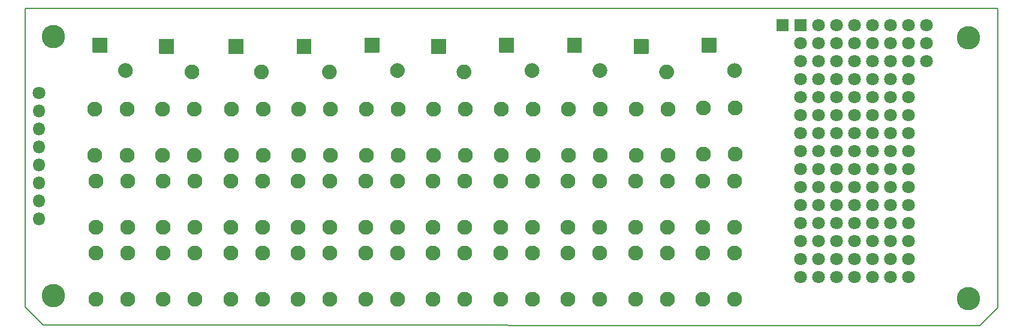
<source format=gbr>
%TF.GenerationSoftware,KiCad,Pcbnew,(5.1.9-0-10_14)*%
%TF.CreationDate,2021-02-12T13:00:48+01:00*%
%TF.ProjectId,teensythumbboard,7465656e-7379-4746-9875-6d62626f6172,1.1*%
%TF.SameCoordinates,PX68290a0PY463f660*%
%TF.FileFunction,Soldermask,Top*%
%TF.FilePolarity,Negative*%
%FSLAX46Y46*%
G04 Gerber Fmt 4.6, Leading zero omitted, Abs format (unit mm)*
G04 Created by KiCad (PCBNEW (5.1.9-0-10_14)) date 2021-02-12 13:00:48*
%MOMM*%
%LPD*%
G01*
G04 APERTURE LIST*
%TA.AperFunction,Profile*%
%ADD10C,0.150000*%
%TD*%
%ADD11C,2.101600*%
%ADD12C,1.801600*%
%ADD13C,3.301600*%
%ADD14O,1.801600X1.801600*%
G04 APERTURE END LIST*
D10*
X-6825000Y-36540000D02*
X130575000Y-36540000D01*
X128035000Y-81340000D02*
X130575000Y-78800000D01*
X-4260000Y-81280000D02*
X-6800000Y-78740000D01*
X128035000Y-81340000D02*
X-4260000Y-81280000D01*
X130575000Y-36540000D02*
X130575000Y-78800000D01*
X-6825000Y-36540000D02*
X-6800000Y-78740000D01*
X-6825000Y-36540000D02*
X130575000Y-36540000D01*
X128035000Y-81340000D02*
X130575000Y-78800000D01*
X-4260000Y-81280000D02*
X-6800000Y-78740000D01*
X128035000Y-81340000D02*
X-4260000Y-81280000D01*
X130575000Y-36540000D02*
X130575000Y-78800000D01*
X-6825000Y-36540000D02*
X-6800000Y-78740000D01*
D11*
X26824000Y-57300000D03*
X22324000Y-57300000D03*
X26824000Y-50800000D03*
X22324000Y-50800000D03*
G36*
G01*
X54424074Y-44789074D02*
X54424074Y-44789074D01*
G75*
G02*
X55910130Y-44789074I743028J-743028D01*
G01*
X55910130Y-44789074D01*
G75*
G02*
X55910130Y-46275130I-743028J-743028D01*
G01*
X55910130Y-46275130D01*
G75*
G02*
X54424074Y-46275130I-743028J743028D01*
G01*
X54424074Y-46275130D01*
G75*
G02*
X54424074Y-44789074I743028J743028D01*
G01*
G37*
G36*
G01*
X50524200Y-42940000D02*
X50524200Y-40940000D01*
G75*
G02*
X50575000Y-40889200I50800J0D01*
G01*
X52575000Y-40889200D01*
G75*
G02*
X52625800Y-40940000I0J-50800D01*
G01*
X52625800Y-42940000D01*
G75*
G02*
X52575000Y-42990800I-50800J0D01*
G01*
X50575000Y-42990800D01*
G75*
G02*
X50524200Y-42940000I0J50800D01*
G01*
G37*
G36*
G01*
X73624074Y-44589074D02*
X73624074Y-44589074D01*
G75*
G02*
X75110130Y-44589074I743028J-743028D01*
G01*
X75110130Y-44589074D01*
G75*
G02*
X75110130Y-46075130I-743028J-743028D01*
G01*
X75110130Y-46075130D01*
G75*
G02*
X73624074Y-46075130I-743028J743028D01*
G01*
X73624074Y-46075130D01*
G75*
G02*
X73624074Y-44589074I743028J743028D01*
G01*
G37*
G36*
G01*
X69724200Y-42740000D02*
X69724200Y-40740000D01*
G75*
G02*
X69775000Y-40689200I50800J0D01*
G01*
X71775000Y-40689200D01*
G75*
G02*
X71825800Y-40740000I0J-50800D01*
G01*
X71825800Y-42740000D01*
G75*
G02*
X71775000Y-42790800I-50800J0D01*
G01*
X69775000Y-42790800D01*
G75*
G02*
X69724200Y-42740000I0J50800D01*
G01*
G37*
X64924000Y-57300000D03*
X60424000Y-57300000D03*
X64924000Y-50800000D03*
X60424000Y-50800000D03*
G36*
G01*
X60132098Y-42747898D02*
X60132098Y-40747898D01*
G75*
G02*
X60182898Y-40697098I50800J0D01*
G01*
X62182898Y-40697098D01*
G75*
G02*
X62233698Y-40747898I0J-50800D01*
G01*
X62233698Y-42747898D01*
G75*
G02*
X62182898Y-42798698I-50800J0D01*
G01*
X60182898Y-42798698D01*
G75*
G02*
X60132098Y-42747898I0J50800D01*
G01*
G37*
G36*
G01*
X64031972Y-44596972D02*
X64031972Y-44596972D01*
G75*
G02*
X65518028Y-44596972I743028J-743028D01*
G01*
X65518028Y-44596972D01*
G75*
G02*
X65518028Y-46083028I-743028J-743028D01*
G01*
X65518028Y-46083028D01*
G75*
G02*
X64031972Y-46083028I-743028J743028D01*
G01*
X64031972Y-46083028D01*
G75*
G02*
X64031972Y-44596972I743028J743028D01*
G01*
G37*
X83875000Y-67460000D03*
X79375000Y-67460000D03*
X83875000Y-60960000D03*
X79375000Y-60960000D03*
X7675000Y-67460000D03*
X3175000Y-67460000D03*
X7675000Y-60960000D03*
X3175000Y-60960000D03*
D12*
X120495000Y-44020000D03*
X120495000Y-41480000D03*
X120495000Y-38940000D03*
G36*
G01*
X101915000Y-38089200D02*
X103515000Y-38089200D01*
G75*
G02*
X103565800Y-38140000I0J-50800D01*
G01*
X103565800Y-39740000D01*
G75*
G02*
X103515000Y-39790800I-50800J0D01*
G01*
X101915000Y-39790800D01*
G75*
G02*
X101864200Y-39740000I0J50800D01*
G01*
X101864200Y-38140000D01*
G75*
G02*
X101915000Y-38089200I50800J0D01*
G01*
G37*
X102715000Y-41480000D03*
X102715000Y-44020000D03*
X102715000Y-46560000D03*
X102715000Y-49100000D03*
X102715000Y-51640000D03*
X102715000Y-54180000D03*
X102715000Y-56720000D03*
X102715000Y-59260000D03*
X102715000Y-61800000D03*
X102715000Y-64340000D03*
X102715000Y-66880000D03*
X102715000Y-69420000D03*
X117955000Y-38940000D03*
X117955000Y-41480000D03*
X117955000Y-44020000D03*
X117955000Y-46560000D03*
X117955000Y-49100000D03*
X117955000Y-51640000D03*
X117955000Y-54180000D03*
X117955000Y-56720000D03*
X117955000Y-59260000D03*
X117955000Y-61800000D03*
X117955000Y-64340000D03*
X117955000Y-66880000D03*
X117955000Y-69420000D03*
X102715000Y-71960000D03*
X117955000Y-71960000D03*
X105255000Y-38940000D03*
X105255000Y-41480000D03*
X107795000Y-41480000D03*
X107795000Y-44020000D03*
X105255000Y-44020000D03*
X105255000Y-61800000D03*
X105255000Y-64340000D03*
X105255000Y-69420000D03*
X105255000Y-49100000D03*
X105255000Y-59260000D03*
X105255000Y-51640000D03*
X105255000Y-71960000D03*
X105255000Y-54180000D03*
X105255000Y-66880000D03*
X105255000Y-56720000D03*
X105255000Y-46560000D03*
X115415000Y-56720000D03*
X115415000Y-64340000D03*
X115415000Y-46560000D03*
X115415000Y-44020000D03*
X115415000Y-61800000D03*
X115415000Y-59260000D03*
X115415000Y-51640000D03*
X115415000Y-71960000D03*
X115415000Y-69420000D03*
X115415000Y-66880000D03*
X115415000Y-54180000D03*
X115415000Y-41480000D03*
X115415000Y-38940000D03*
X115415000Y-49100000D03*
X107795000Y-46560000D03*
X107795000Y-49100000D03*
X107795000Y-51640000D03*
X107795000Y-54180000D03*
X107795000Y-56720000D03*
X107795000Y-59260000D03*
X107795000Y-61800000D03*
X107795000Y-64340000D03*
X107795000Y-66880000D03*
X107795000Y-69420000D03*
X107795000Y-71960000D03*
X107795000Y-38940000D03*
X110335000Y-51640000D03*
X110335000Y-41480000D03*
X110335000Y-49100000D03*
X110335000Y-54180000D03*
X110335000Y-44020000D03*
X110335000Y-46560000D03*
X110335000Y-61800000D03*
X110335000Y-59260000D03*
X110335000Y-66880000D03*
X110335000Y-69420000D03*
X110335000Y-38940000D03*
X110335000Y-64340000D03*
X110335000Y-71960000D03*
X110335000Y-56720000D03*
X112875000Y-49100000D03*
X112875000Y-44020000D03*
X112875000Y-61800000D03*
X112875000Y-38940000D03*
X112875000Y-69420000D03*
X112875000Y-59260000D03*
X112875000Y-41480000D03*
X112875000Y-66880000D03*
X112875000Y-54180000D03*
X112875000Y-71960000D03*
X112875000Y-56720000D03*
X112875000Y-64340000D03*
X112875000Y-51640000D03*
X112875000Y-46560000D03*
X117955000Y-74500000D03*
X102715000Y-74500000D03*
X115415000Y-74500000D03*
X110335000Y-74500000D03*
X112875000Y-74500000D03*
X105255000Y-74500000D03*
X107795000Y-74500000D03*
D11*
X50899000Y-50800000D03*
X55399000Y-50800000D03*
X50899000Y-57300000D03*
X55399000Y-57300000D03*
X45874000Y-57300000D03*
X41374000Y-57300000D03*
X45874000Y-50800000D03*
X41374000Y-50800000D03*
G36*
G01*
X99324200Y-39740000D02*
X99324200Y-38140000D01*
G75*
G02*
X99375000Y-38089200I50800J0D01*
G01*
X100975000Y-38089200D01*
G75*
G02*
X101025800Y-38140000I0J-50800D01*
G01*
X101025800Y-39740000D01*
G75*
G02*
X100975000Y-39790800I-50800J0D01*
G01*
X99375000Y-39790800D01*
G75*
G02*
X99324200Y-39740000I0J50800D01*
G01*
G37*
G36*
G01*
X2732098Y-42740000D02*
X2732098Y-40740000D01*
G75*
G02*
X2782898Y-40689200I50800J0D01*
G01*
X4782898Y-40689200D01*
G75*
G02*
X4833698Y-40740000I0J-50800D01*
G01*
X4833698Y-42740000D01*
G75*
G02*
X4782898Y-42790800I-50800J0D01*
G01*
X2782898Y-42790800D01*
G75*
G02*
X2732098Y-42740000I0J50800D01*
G01*
G37*
G36*
G01*
X6631972Y-44589074D02*
X6631972Y-44589074D01*
G75*
G02*
X8118028Y-44589074I743028J-743028D01*
G01*
X8118028Y-44589074D01*
G75*
G02*
X8118028Y-46075130I-743028J-743028D01*
G01*
X8118028Y-46075130D01*
G75*
G02*
X6631972Y-46075130I-743028J743028D01*
G01*
X6631972Y-46075130D01*
G75*
G02*
X6631972Y-44589074I743028J743028D01*
G01*
G37*
G36*
G01*
X16024074Y-44789074D02*
X16024074Y-44789074D01*
G75*
G02*
X17510130Y-44789074I743028J-743028D01*
G01*
X17510130Y-44789074D01*
G75*
G02*
X17510130Y-46275130I-743028J-743028D01*
G01*
X17510130Y-46275130D01*
G75*
G02*
X16024074Y-46275130I-743028J743028D01*
G01*
X16024074Y-46275130D01*
G75*
G02*
X16024074Y-44789074I743028J743028D01*
G01*
G37*
G36*
G01*
X12124200Y-42940000D02*
X12124200Y-40940000D01*
G75*
G02*
X12175000Y-40889200I50800J0D01*
G01*
X14175000Y-40889200D01*
G75*
G02*
X14225800Y-40940000I0J-50800D01*
G01*
X14225800Y-42940000D01*
G75*
G02*
X14175000Y-42990800I-50800J0D01*
G01*
X12175000Y-42990800D01*
G75*
G02*
X12124200Y-42940000I0J50800D01*
G01*
G37*
G36*
G01*
X21924200Y-42947898D02*
X21924200Y-40947898D01*
G75*
G02*
X21975000Y-40897098I50800J0D01*
G01*
X23975000Y-40897098D01*
G75*
G02*
X24025800Y-40947898I0J-50800D01*
G01*
X24025800Y-42947898D01*
G75*
G02*
X23975000Y-42998698I-50800J0D01*
G01*
X21975000Y-42998698D01*
G75*
G02*
X21924200Y-42947898I0J50800D01*
G01*
G37*
G36*
G01*
X25824074Y-44796972D02*
X25824074Y-44796972D01*
G75*
G02*
X27310130Y-44796972I743028J-743028D01*
G01*
X27310130Y-44796972D01*
G75*
G02*
X27310130Y-46283028I-743028J-743028D01*
G01*
X27310130Y-46283028D01*
G75*
G02*
X25824074Y-46283028I-743028J743028D01*
G01*
X25824074Y-46283028D01*
G75*
G02*
X25824074Y-44796972I743028J743028D01*
G01*
G37*
G36*
G01*
X35431972Y-44796972D02*
X35431972Y-44796972D01*
G75*
G02*
X36918028Y-44796972I743028J-743028D01*
G01*
X36918028Y-44796972D01*
G75*
G02*
X36918028Y-46283028I-743028J-743028D01*
G01*
X36918028Y-46283028D01*
G75*
G02*
X35431972Y-46283028I-743028J743028D01*
G01*
X35431972Y-46283028D01*
G75*
G02*
X35431972Y-44796972I743028J743028D01*
G01*
G37*
G36*
G01*
X31532098Y-42947898D02*
X31532098Y-40947898D01*
G75*
G02*
X31582898Y-40897098I50800J0D01*
G01*
X33582898Y-40897098D01*
G75*
G02*
X33633698Y-40947898I0J-50800D01*
G01*
X33633698Y-42947898D01*
G75*
G02*
X33582898Y-42998698I-50800J0D01*
G01*
X31582898Y-42998698D01*
G75*
G02*
X31532098Y-42947898I0J50800D01*
G01*
G37*
G36*
G01*
X45031972Y-44596972D02*
X45031972Y-44596972D01*
G75*
G02*
X46518028Y-44596972I743028J-743028D01*
G01*
X46518028Y-44596972D01*
G75*
G02*
X46518028Y-46083028I-743028J-743028D01*
G01*
X46518028Y-46083028D01*
G75*
G02*
X45031972Y-46083028I-743028J743028D01*
G01*
X45031972Y-46083028D01*
G75*
G02*
X45031972Y-44596972I743028J743028D01*
G01*
G37*
G36*
G01*
X41132098Y-42747898D02*
X41132098Y-40747898D01*
G75*
G02*
X41182898Y-40697098I50800J0D01*
G01*
X43182898Y-40697098D01*
G75*
G02*
X43233698Y-40747898I0J-50800D01*
G01*
X43233698Y-42747898D01*
G75*
G02*
X43182898Y-42798698I-50800J0D01*
G01*
X41182898Y-42798698D01*
G75*
G02*
X41132098Y-42747898I0J50800D01*
G01*
G37*
G36*
G01*
X83031972Y-44796972D02*
X83031972Y-44796972D01*
G75*
G02*
X84518028Y-44796972I743028J-743028D01*
G01*
X84518028Y-44796972D01*
G75*
G02*
X84518028Y-46283028I-743028J-743028D01*
G01*
X84518028Y-46283028D01*
G75*
G02*
X83031972Y-46283028I-743028J743028D01*
G01*
X83031972Y-46283028D01*
G75*
G02*
X83031972Y-44796972I743028J743028D01*
G01*
G37*
G36*
G01*
X79132098Y-42947898D02*
X79132098Y-40947898D01*
G75*
G02*
X79182898Y-40897098I50800J0D01*
G01*
X81182898Y-40897098D01*
G75*
G02*
X81233698Y-40947898I0J-50800D01*
G01*
X81233698Y-42947898D01*
G75*
G02*
X81182898Y-42998698I-50800J0D01*
G01*
X79182898Y-42998698D01*
G75*
G02*
X79132098Y-42947898I0J50800D01*
G01*
G37*
G36*
G01*
X92631972Y-44596972D02*
X92631972Y-44596972D01*
G75*
G02*
X94118028Y-44596972I743028J-743028D01*
G01*
X94118028Y-44596972D01*
G75*
G02*
X94118028Y-46083028I-743028J-743028D01*
G01*
X94118028Y-46083028D01*
G75*
G02*
X92631972Y-46083028I-743028J743028D01*
G01*
X92631972Y-46083028D01*
G75*
G02*
X92631972Y-44596972I743028J743028D01*
G01*
G37*
G36*
G01*
X88732098Y-42747898D02*
X88732098Y-40747898D01*
G75*
G02*
X88782898Y-40697098I50800J0D01*
G01*
X90782898Y-40697098D01*
G75*
G02*
X90833698Y-40747898I0J-50800D01*
G01*
X90833698Y-42747898D01*
G75*
G02*
X90782898Y-42798698I-50800J0D01*
G01*
X88782898Y-42798698D01*
G75*
G02*
X88732098Y-42747898I0J50800D01*
G01*
G37*
X7574000Y-57300000D03*
X3074000Y-57300000D03*
X7574000Y-50800000D03*
X3074000Y-50800000D03*
X12599000Y-50800000D03*
X17099000Y-50800000D03*
X12599000Y-57300000D03*
X17099000Y-57300000D03*
X31849000Y-50800000D03*
X36349000Y-50800000D03*
X31849000Y-57300000D03*
X36349000Y-57300000D03*
X74449000Y-57300000D03*
X69949000Y-57300000D03*
X74449000Y-50800000D03*
X69949000Y-50800000D03*
X83974000Y-57300000D03*
X79474000Y-57300000D03*
X83974000Y-50800000D03*
X79474000Y-50800000D03*
X93475000Y-57140000D03*
X88975000Y-57140000D03*
X93475000Y-50640000D03*
X88975000Y-50640000D03*
X17200000Y-67460000D03*
X12700000Y-67460000D03*
X17200000Y-60960000D03*
X12700000Y-60960000D03*
X26725000Y-67460000D03*
X22225000Y-67460000D03*
X26725000Y-60960000D03*
X22225000Y-60960000D03*
X36250000Y-67460000D03*
X31750000Y-67460000D03*
X36250000Y-60960000D03*
X31750000Y-60960000D03*
X45775000Y-67460000D03*
X41275000Y-67460000D03*
X45775000Y-60960000D03*
X41275000Y-60960000D03*
X55300000Y-67460000D03*
X50800000Y-67460000D03*
X55300000Y-60960000D03*
X50800000Y-60960000D03*
X64825000Y-67460000D03*
X60325000Y-67460000D03*
X64825000Y-60960000D03*
X60325000Y-60960000D03*
X74350000Y-67460000D03*
X69850000Y-67460000D03*
X74350000Y-60960000D03*
X69850000Y-60960000D03*
X93400000Y-67460000D03*
X88900000Y-67460000D03*
X93400000Y-60960000D03*
X88900000Y-60960000D03*
D13*
X-2825000Y-77140000D03*
X126375000Y-77540000D03*
X-2825000Y-40540000D03*
D11*
X7675000Y-77620000D03*
X3175000Y-77620000D03*
X7675000Y-71120000D03*
X3175000Y-71120000D03*
X17200000Y-77620000D03*
X12700000Y-77620000D03*
X17200000Y-71120000D03*
X12700000Y-71120000D03*
X26725000Y-77620000D03*
X22225000Y-77620000D03*
X26725000Y-71120000D03*
X22225000Y-71120000D03*
X36250000Y-77620000D03*
X31750000Y-77620000D03*
X36250000Y-71120000D03*
X31750000Y-71120000D03*
X45775000Y-77620000D03*
X41275000Y-77620000D03*
X45775000Y-71120000D03*
X41275000Y-71120000D03*
X55300000Y-77620000D03*
X50800000Y-77620000D03*
X55300000Y-71120000D03*
X50800000Y-71120000D03*
X64825000Y-77620000D03*
X60325000Y-77620000D03*
X64825000Y-71120000D03*
X60325000Y-71120000D03*
X74350000Y-77620000D03*
X69850000Y-77620000D03*
X74350000Y-71120000D03*
X69850000Y-71120000D03*
X83875000Y-77620000D03*
X79375000Y-77620000D03*
X83875000Y-71120000D03*
X79375000Y-71120000D03*
X93400000Y-77620000D03*
X88900000Y-77620000D03*
X93400000Y-71120000D03*
X88900000Y-71120000D03*
D13*
X126375000Y-40740000D03*
D14*
X-4825000Y-66260000D03*
X-4825000Y-63720000D03*
X-4825000Y-61180000D03*
X-4825000Y-58640000D03*
X-4825000Y-56100000D03*
X-4825000Y-53560000D03*
X-4825000Y-51020000D03*
D12*
X-4825000Y-48480000D03*
M02*

</source>
